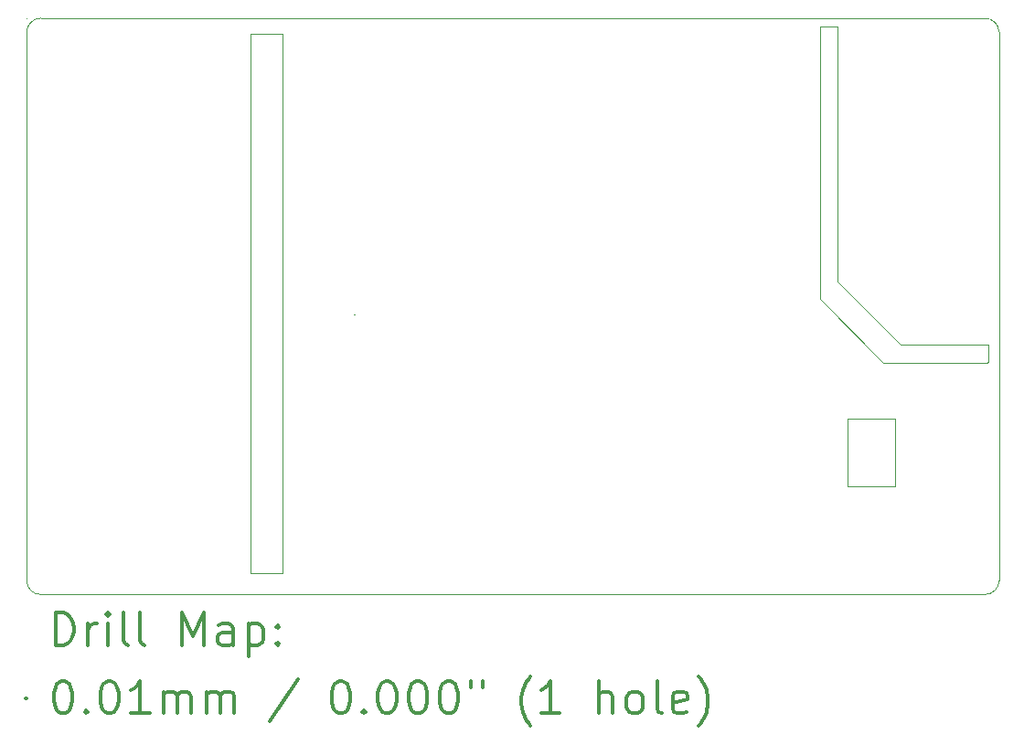
<source format=gbr>
%FSLAX45Y45*%
G04 Gerber Fmt 4.5, Leading zero omitted, Abs format (unit mm)*
G04 Created by KiCad (PCBNEW (after 2015-mar-04 BZR unknown)-product) date 4/3/2016 5:34:34 PM*
%MOMM*%
G01*
G04 APERTURE LIST*
%ADD10C,0.127000*%
%ADD11C,0.100000*%
%ADD12C,0.200000*%
%ADD13C,0.300000*%
G04 APERTURE END LIST*
D10*
D11*
X10322306Y-2887472D02*
X10323830Y-2887472D01*
X10322306Y-7961630D02*
X10322306Y-2887472D01*
X10449560Y-8089646D02*
X10449306Y-8089900D01*
X19197320Y-8089646D02*
X10449560Y-8089646D01*
X19325844Y-7962900D02*
X19328638Y-7962900D01*
X19325844Y-2882392D02*
X19325844Y-7962900D01*
X19199352Y-2752090D02*
X19199352Y-2754376D01*
X10454132Y-2752090D02*
X19199352Y-2752090D01*
X10322560Y-7962392D02*
G75*
G03X10449560Y-8089392I127000J0D01*
G01*
X19198336Y-8089900D02*
G75*
G03X19326860Y-7961376I0J128524D01*
G01*
X19326860Y-2880868D02*
G75*
G03X19198336Y-2753360I-128016J-508D01*
G01*
X10452100Y-2752344D02*
G75*
G03X10322560Y-2886964I2540J-132080D01*
G01*
X17922240Y-6464300D02*
X17922240Y-7086600D01*
X18361660Y-6464300D02*
X17922240Y-6464300D01*
X18361660Y-7086600D02*
X18361660Y-6464300D01*
X17924780Y-7086600D02*
X18361660Y-7086600D01*
X12394692Y-7895844D02*
X12396216Y-7895844D01*
X12394692Y-2897632D02*
X12394692Y-7895844D01*
X12693650Y-2897632D02*
X12394692Y-2897632D01*
X12693650Y-7895844D02*
X12693650Y-2897632D01*
X12394184Y-7895844D02*
X12693650Y-7895844D01*
X19223482Y-5936742D02*
X19223736Y-5936742D01*
X19223482Y-5943600D02*
X19223482Y-5936742D01*
X18253710Y-5943600D02*
X19223482Y-5943600D01*
X17666208Y-5356098D02*
X18253710Y-5943600D01*
X17666208Y-2832608D02*
X17666208Y-5356098D01*
X17827752Y-2832608D02*
X17666208Y-2832608D01*
X17827752Y-5192776D02*
X17827752Y-2832608D01*
X18412460Y-5777484D02*
X17827752Y-5192776D01*
X19223990Y-5777484D02*
X18412460Y-5777484D01*
X19223990Y-5933440D02*
X19223990Y-5777484D01*
X10325100Y-2753360D02*
X10322560Y-2753360D01*
D12*
X13359900Y-5497330D02*
X13360900Y-5498330D01*
X13360900Y-5497330D02*
X13359900Y-5498330D01*
D13*
X10588735Y-8560614D02*
X10588735Y-8260614D01*
X10660163Y-8260614D01*
X10703020Y-8274900D01*
X10731592Y-8303471D01*
X10745877Y-8332043D01*
X10760163Y-8389186D01*
X10760163Y-8432043D01*
X10745877Y-8489186D01*
X10731592Y-8517757D01*
X10703020Y-8546329D01*
X10660163Y-8560614D01*
X10588735Y-8560614D01*
X10888735Y-8560614D02*
X10888735Y-8360614D01*
X10888735Y-8417757D02*
X10903020Y-8389186D01*
X10917306Y-8374900D01*
X10945877Y-8360614D01*
X10974449Y-8360614D01*
X11074449Y-8560614D02*
X11074449Y-8360614D01*
X11074449Y-8260614D02*
X11060163Y-8274900D01*
X11074449Y-8289186D01*
X11088735Y-8274900D01*
X11074449Y-8260614D01*
X11074449Y-8289186D01*
X11260163Y-8560614D02*
X11231592Y-8546329D01*
X11217306Y-8517757D01*
X11217306Y-8260614D01*
X11417306Y-8560614D02*
X11388734Y-8546329D01*
X11374449Y-8517757D01*
X11374449Y-8260614D01*
X11760163Y-8560614D02*
X11760163Y-8260614D01*
X11860163Y-8474900D01*
X11960163Y-8260614D01*
X11960163Y-8560614D01*
X12231592Y-8560614D02*
X12231592Y-8403472D01*
X12217306Y-8374900D01*
X12188734Y-8360614D01*
X12131592Y-8360614D01*
X12103020Y-8374900D01*
X12231592Y-8546329D02*
X12203020Y-8560614D01*
X12131592Y-8560614D01*
X12103020Y-8546329D01*
X12088734Y-8517757D01*
X12088734Y-8489186D01*
X12103020Y-8460614D01*
X12131592Y-8446329D01*
X12203020Y-8446329D01*
X12231592Y-8432043D01*
X12374449Y-8360614D02*
X12374449Y-8660614D01*
X12374449Y-8374900D02*
X12403020Y-8360614D01*
X12460163Y-8360614D01*
X12488734Y-8374900D01*
X12503020Y-8389186D01*
X12517306Y-8417757D01*
X12517306Y-8503472D01*
X12503020Y-8532043D01*
X12488734Y-8546329D01*
X12460163Y-8560614D01*
X12403020Y-8560614D01*
X12374449Y-8546329D01*
X12645877Y-8532043D02*
X12660163Y-8546329D01*
X12645877Y-8560614D01*
X12631592Y-8546329D01*
X12645877Y-8532043D01*
X12645877Y-8560614D01*
X12645877Y-8374900D02*
X12660163Y-8389186D01*
X12645877Y-8403472D01*
X12631592Y-8389186D01*
X12645877Y-8374900D01*
X12645877Y-8403472D01*
X10316306Y-9054400D02*
X10317306Y-9055400D01*
X10317306Y-9054400D02*
X10316306Y-9055400D01*
X10645877Y-8890614D02*
X10674449Y-8890614D01*
X10703020Y-8904900D01*
X10717306Y-8919186D01*
X10731592Y-8947757D01*
X10745877Y-9004900D01*
X10745877Y-9076329D01*
X10731592Y-9133472D01*
X10717306Y-9162043D01*
X10703020Y-9176329D01*
X10674449Y-9190614D01*
X10645877Y-9190614D01*
X10617306Y-9176329D01*
X10603020Y-9162043D01*
X10588735Y-9133472D01*
X10574449Y-9076329D01*
X10574449Y-9004900D01*
X10588735Y-8947757D01*
X10603020Y-8919186D01*
X10617306Y-8904900D01*
X10645877Y-8890614D01*
X10874449Y-9162043D02*
X10888735Y-9176329D01*
X10874449Y-9190614D01*
X10860163Y-9176329D01*
X10874449Y-9162043D01*
X10874449Y-9190614D01*
X11074449Y-8890614D02*
X11103020Y-8890614D01*
X11131592Y-8904900D01*
X11145877Y-8919186D01*
X11160163Y-8947757D01*
X11174449Y-9004900D01*
X11174449Y-9076329D01*
X11160163Y-9133472D01*
X11145877Y-9162043D01*
X11131592Y-9176329D01*
X11103020Y-9190614D01*
X11074449Y-9190614D01*
X11045877Y-9176329D01*
X11031592Y-9162043D01*
X11017306Y-9133472D01*
X11003020Y-9076329D01*
X11003020Y-9004900D01*
X11017306Y-8947757D01*
X11031592Y-8919186D01*
X11045877Y-8904900D01*
X11074449Y-8890614D01*
X11460163Y-9190614D02*
X11288734Y-9190614D01*
X11374449Y-9190614D02*
X11374449Y-8890614D01*
X11345877Y-8933472D01*
X11317306Y-8962043D01*
X11288734Y-8976329D01*
X11588734Y-9190614D02*
X11588734Y-8990614D01*
X11588734Y-9019186D02*
X11603020Y-9004900D01*
X11631592Y-8990614D01*
X11674449Y-8990614D01*
X11703020Y-9004900D01*
X11717306Y-9033472D01*
X11717306Y-9190614D01*
X11717306Y-9033472D02*
X11731592Y-9004900D01*
X11760163Y-8990614D01*
X11803020Y-8990614D01*
X11831592Y-9004900D01*
X11845877Y-9033472D01*
X11845877Y-9190614D01*
X11988734Y-9190614D02*
X11988734Y-8990614D01*
X11988734Y-9019186D02*
X12003020Y-9004900D01*
X12031592Y-8990614D01*
X12074449Y-8990614D01*
X12103020Y-9004900D01*
X12117306Y-9033472D01*
X12117306Y-9190614D01*
X12117306Y-9033472D02*
X12131592Y-9004900D01*
X12160163Y-8990614D01*
X12203020Y-8990614D01*
X12231592Y-9004900D01*
X12245877Y-9033472D01*
X12245877Y-9190614D01*
X12831592Y-8876329D02*
X12574449Y-9262043D01*
X13217306Y-8890614D02*
X13245877Y-8890614D01*
X13274449Y-8904900D01*
X13288734Y-8919186D01*
X13303020Y-8947757D01*
X13317306Y-9004900D01*
X13317306Y-9076329D01*
X13303020Y-9133472D01*
X13288734Y-9162043D01*
X13274449Y-9176329D01*
X13245877Y-9190614D01*
X13217306Y-9190614D01*
X13188734Y-9176329D01*
X13174449Y-9162043D01*
X13160163Y-9133472D01*
X13145877Y-9076329D01*
X13145877Y-9004900D01*
X13160163Y-8947757D01*
X13174449Y-8919186D01*
X13188734Y-8904900D01*
X13217306Y-8890614D01*
X13445877Y-9162043D02*
X13460163Y-9176329D01*
X13445877Y-9190614D01*
X13431592Y-9176329D01*
X13445877Y-9162043D01*
X13445877Y-9190614D01*
X13645877Y-8890614D02*
X13674449Y-8890614D01*
X13703020Y-8904900D01*
X13717306Y-8919186D01*
X13731591Y-8947757D01*
X13745877Y-9004900D01*
X13745877Y-9076329D01*
X13731591Y-9133472D01*
X13717306Y-9162043D01*
X13703020Y-9176329D01*
X13674449Y-9190614D01*
X13645877Y-9190614D01*
X13617306Y-9176329D01*
X13603020Y-9162043D01*
X13588734Y-9133472D01*
X13574449Y-9076329D01*
X13574449Y-9004900D01*
X13588734Y-8947757D01*
X13603020Y-8919186D01*
X13617306Y-8904900D01*
X13645877Y-8890614D01*
X13931591Y-8890614D02*
X13960163Y-8890614D01*
X13988734Y-8904900D01*
X14003020Y-8919186D01*
X14017306Y-8947757D01*
X14031591Y-9004900D01*
X14031591Y-9076329D01*
X14017306Y-9133472D01*
X14003020Y-9162043D01*
X13988734Y-9176329D01*
X13960163Y-9190614D01*
X13931591Y-9190614D01*
X13903020Y-9176329D01*
X13888734Y-9162043D01*
X13874449Y-9133472D01*
X13860163Y-9076329D01*
X13860163Y-9004900D01*
X13874449Y-8947757D01*
X13888734Y-8919186D01*
X13903020Y-8904900D01*
X13931591Y-8890614D01*
X14217306Y-8890614D02*
X14245877Y-8890614D01*
X14274449Y-8904900D01*
X14288734Y-8919186D01*
X14303020Y-8947757D01*
X14317306Y-9004900D01*
X14317306Y-9076329D01*
X14303020Y-9133472D01*
X14288734Y-9162043D01*
X14274449Y-9176329D01*
X14245877Y-9190614D01*
X14217306Y-9190614D01*
X14188734Y-9176329D01*
X14174449Y-9162043D01*
X14160163Y-9133472D01*
X14145877Y-9076329D01*
X14145877Y-9004900D01*
X14160163Y-8947757D01*
X14174449Y-8919186D01*
X14188734Y-8904900D01*
X14217306Y-8890614D01*
X14431592Y-8890614D02*
X14431592Y-8947757D01*
X14545877Y-8890614D02*
X14545877Y-8947757D01*
X14988734Y-9304900D02*
X14974449Y-9290614D01*
X14945877Y-9247757D01*
X14931591Y-9219186D01*
X14917306Y-9176329D01*
X14903020Y-9104900D01*
X14903020Y-9047757D01*
X14917306Y-8976329D01*
X14931591Y-8933472D01*
X14945877Y-8904900D01*
X14974449Y-8862043D01*
X14988734Y-8847757D01*
X15260163Y-9190614D02*
X15088734Y-9190614D01*
X15174449Y-9190614D02*
X15174449Y-8890614D01*
X15145877Y-8933472D01*
X15117306Y-8962043D01*
X15088734Y-8976329D01*
X15617306Y-9190614D02*
X15617306Y-8890614D01*
X15745877Y-9190614D02*
X15745877Y-9033472D01*
X15731591Y-9004900D01*
X15703020Y-8990614D01*
X15660163Y-8990614D01*
X15631591Y-9004900D01*
X15617306Y-9019186D01*
X15931591Y-9190614D02*
X15903020Y-9176329D01*
X15888734Y-9162043D01*
X15874449Y-9133472D01*
X15874449Y-9047757D01*
X15888734Y-9019186D01*
X15903020Y-9004900D01*
X15931591Y-8990614D01*
X15974449Y-8990614D01*
X16003020Y-9004900D01*
X16017306Y-9019186D01*
X16031591Y-9047757D01*
X16031591Y-9133472D01*
X16017306Y-9162043D01*
X16003020Y-9176329D01*
X15974449Y-9190614D01*
X15931591Y-9190614D01*
X16203020Y-9190614D02*
X16174449Y-9176329D01*
X16160163Y-9147757D01*
X16160163Y-8890614D01*
X16431592Y-9176329D02*
X16403020Y-9190614D01*
X16345877Y-9190614D01*
X16317306Y-9176329D01*
X16303020Y-9147757D01*
X16303020Y-9033472D01*
X16317306Y-9004900D01*
X16345877Y-8990614D01*
X16403020Y-8990614D01*
X16431592Y-9004900D01*
X16445877Y-9033472D01*
X16445877Y-9062043D01*
X16303020Y-9090614D01*
X16545877Y-9304900D02*
X16560163Y-9290614D01*
X16588734Y-9247757D01*
X16603020Y-9219186D01*
X16617306Y-9176329D01*
X16631592Y-9104900D01*
X16631592Y-9047757D01*
X16617306Y-8976329D01*
X16603020Y-8933472D01*
X16588734Y-8904900D01*
X16560163Y-8862043D01*
X16545877Y-8847757D01*
M02*

</source>
